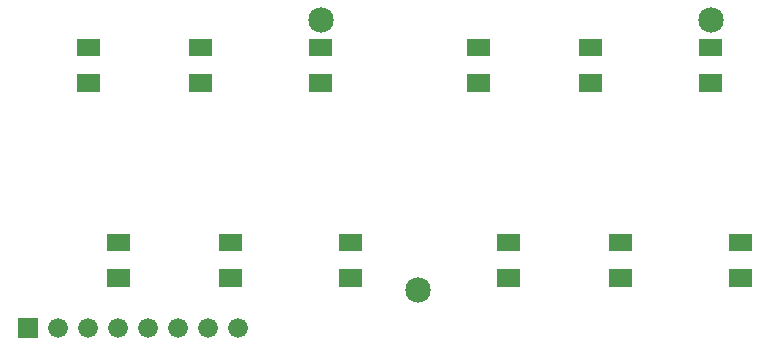
<source format=gbs>
G04 start of page 7 for group -4062 idx -4062 *
G04 Title: 26.007.01.01.01, soldermask *
G04 Creator: pcb 4.1.2 *
G04 CreationDate: Sun Jul 29 08:17:18 2018 UTC *
G04 For: bert *
G04 Format: Gerber/RS-274X *
G04 PCB-Dimensions (mil): 2600.00 1150.00 *
G04 PCB-Coordinate-Origin: lower left *
%MOIN*%
%FSLAX25Y25*%
%LNGBS*%
%ADD37C,0.0850*%
%ADD36C,0.0660*%
%ADD35C,0.0001*%
G54D35*G36*
X1700Y8300D02*Y1700D01*
X8300D01*
Y8300D01*
X1700D01*
G37*
G54D36*X15000Y5000D03*
X25000D03*
X35000D03*
X45000D03*
X55000D03*
G54D37*X232500Y107500D03*
G54D36*X65000Y5000D03*
X75000D03*
G54D37*X135000Y17500D03*
X102500Y107500D03*
G54D35*G36*
X108657Y36264D02*Y30546D01*
X116343D01*
Y36264D01*
X108657D01*
G37*
G36*
X68657Y24454D02*Y18736D01*
X76343D01*
Y24454D01*
X68657D01*
G37*
G36*
X108657D02*Y18736D01*
X116343D01*
Y24454D01*
X108657D01*
G37*
G36*
X161157Y36264D02*Y30546D01*
X168843D01*
Y36264D01*
X161157D01*
G37*
G36*
Y24454D02*Y18736D01*
X168843D01*
Y24454D01*
X161157D01*
G37*
G36*
X31157Y36264D02*Y30546D01*
X38843D01*
Y36264D01*
X31157D01*
G37*
G36*
X68657D02*Y30546D01*
X76343D01*
Y36264D01*
X68657D01*
G37*
G36*
X31157Y24454D02*Y18736D01*
X38843D01*
Y24454D01*
X31157D01*
G37*
G36*
X98657Y101264D02*Y95546D01*
X106343D01*
Y101264D01*
X98657D01*
G37*
G36*
Y89454D02*Y83736D01*
X106343D01*
Y89454D01*
X98657D01*
G37*
G36*
X58657Y101264D02*Y95546D01*
X66343D01*
Y101264D01*
X58657D01*
G37*
G36*
Y89454D02*Y83736D01*
X66343D01*
Y89454D01*
X58657D01*
G37*
G36*
X21157Y101264D02*Y95546D01*
X28843D01*
Y101264D01*
X21157D01*
G37*
G36*
Y89454D02*Y83736D01*
X28843D01*
Y89454D01*
X21157D01*
G37*
G36*
X188657Y101264D02*Y95546D01*
X196343D01*
Y101264D01*
X188657D01*
G37*
G36*
X151157D02*Y95546D01*
X158843D01*
Y101264D01*
X151157D01*
G37*
G36*
Y89454D02*Y83736D01*
X158843D01*
Y89454D01*
X151157D01*
G37*
G36*
X188657D02*Y83736D01*
X196343D01*
Y89454D01*
X188657D01*
G37*
G36*
X228657Y101264D02*Y95546D01*
X236343D01*
Y101264D01*
X228657D01*
G37*
G36*
Y89454D02*Y83736D01*
X236343D01*
Y89454D01*
X228657D01*
G37*
G36*
X198657Y36264D02*Y30546D01*
X206343D01*
Y36264D01*
X198657D01*
G37*
G36*
Y24454D02*Y18736D01*
X206343D01*
Y24454D01*
X198657D01*
G37*
G36*
X238657D02*Y18736D01*
X246343D01*
Y24454D01*
X238657D01*
G37*
G36*
Y36264D02*Y30546D01*
X246343D01*
Y36264D01*
X238657D01*
G37*
M02*

</source>
